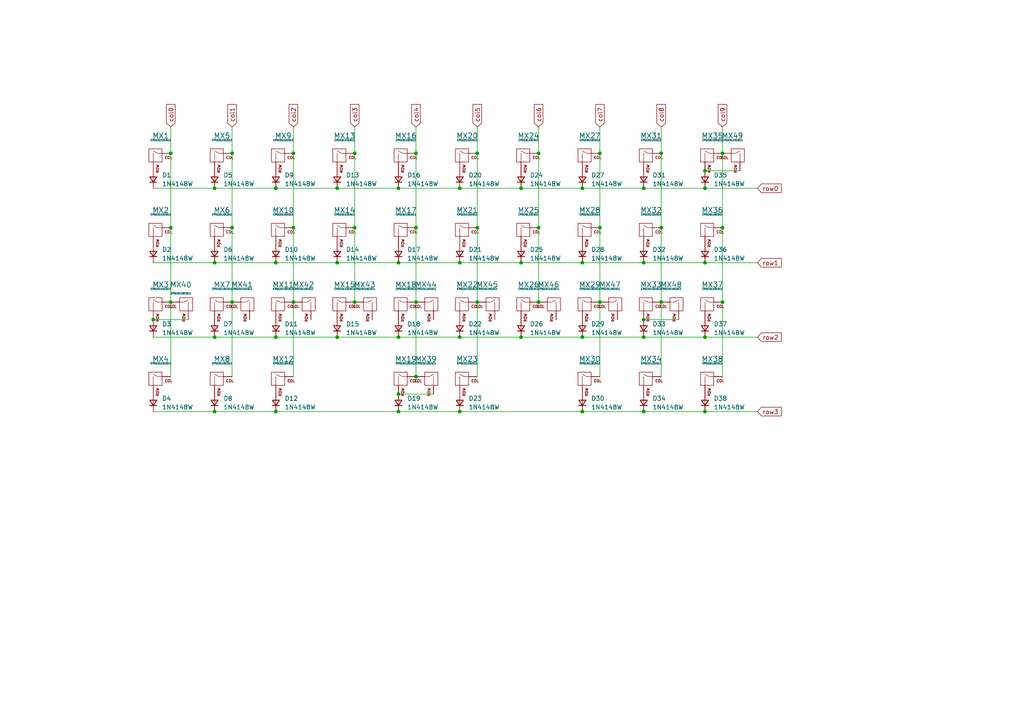
<source format=kicad_sch>
(kicad_sch (version 20230121) (generator eeschema)
  (paper "A4")
  (lib_symbols
    (symbol "Device:D_Small" (pin_numbers hide) (pin_names (offset 0.254) hide)
      (property "Reference" "D" (at -1.27 2.032 0))
      (property "Value" "D_Small" (at -3.81 -2.032 0))
      (symbol "D_Small_0_1"
        (polyline (pts (xy -0.762 -1.016) (xy -0.762 1.016)) (stroke (width 0.254)))
        (polyline (pts (xy -0.762 0) (xy 0.762 0)))
        (polyline (pts (xy 0.762 -1.016) (xy -0.762 0) (xy 0.762 1.016) (xy 0.762 -1.016)) (stroke (width 0.254)))
      )
      (symbol "D_Small_1_1"
        (pin passive line (at -2.54 0 0) (length 1.778) (name "K") (number "1"))
        (pin passive line (at 2.54 0 180) (length 1.778) (name "A") (number "2"))
      )
    )
    (symbol "cipulot_parts:MX-NoLED" (pin_names (offset 1.016))
      (property "Reference" "MX" (at -0.635 3.81 0))
      (property "Value" "MX-NoLED" (at -0.635 1.27 0))
      (symbol "MX-NoLED_0_0"
        (rectangle (start -2.54 2.54) (end 1.27 -1.27))
        (polyline (pts (xy -1.27 -1.27) (xy -1.27 1.27)) (stroke (width 0.127)))
        (polyline (pts (xy 1.27 1.27) (xy 0 1.27) (xy -1.27 1.905)) (stroke (width 0.127)))
        (text "COL" (at 3.175 0 0) (effects (font (size 0.762 0.762))))
        (text "ROW" (at 0 -1.905 900) (effects (font (size 0.762 0.762)) (justify right)))
      )
      (symbol "MX-NoLED_1_1"
        (pin passive line (at 3.81 1.27 180) (length 2.54) (name "COL") (number "1"))
        (pin passive line (at -1.27 -3.81 90) (length 2.54) (name "ROW") (number "2"))
      )
    )
  )
  (junction (at 120.65 44.45))
  (junction (at 168.91 54.61))
  (junction (at 102.87 66.04))
  (junction (at 186.69 54.61))
  (junction (at 186.69 76.2))
  (junction (at 156.21 66.04))
  (junction (at 138.43 44.45))
  (junction (at 173.99 44.45))
  (junction (at 168.91 76.2))
  (junction (at 85.09 87.63))
  (junction (at 62.23 119.38))
  (junction (at 151.13 54.61))
  (junction (at 151.13 97.79))
  (junction (at 115.57 97.79))
  (junction (at 204.47 119.38))
  (junction (at 97.79 76.2))
  (junction (at 120.65 87.63))
  (junction (at 49.53 44.45))
  (junction (at 133.35 97.79))
  (junction (at 186.69 119.38))
  (junction (at 133.35 54.61))
  (junction (at 204.47 76.2))
  (junction (at 80.01 119.38))
  (junction (at 120.65 109.22))
  (junction (at 138.43 87.63))
  (junction (at 156.21 44.45))
  (junction (at 80.01 76.2))
  (junction (at 209.55 66.04))
  (junction (at 85.09 44.45))
  (junction (at 186.69 97.79))
  (junction (at 138.43 66.04))
  (junction (at 173.99 66.04))
  (junction (at 115.57 119.38))
  (junction (at 209.55 87.63))
  (junction (at 67.31 44.45))
  (junction (at 49.53 66.04))
  (junction (at 204.47 97.79))
  (junction (at 191.77 66.04))
  (junction (at 80.01 54.61))
  (junction (at 204.47 49.53))
  (junction (at 156.21 87.63))
  (junction (at 49.53 87.63))
  (junction (at 102.87 87.63))
  (junction (at 191.77 44.45))
  (junction (at 133.35 119.38))
  (junction (at 44.45 92.71))
  (junction (at 168.91 97.79))
  (junction (at 191.77 87.63))
  (junction (at 62.23 76.2))
  (junction (at 120.65 66.04))
  (junction (at 62.23 97.79))
  (junction (at 67.31 87.63))
  (junction (at 67.31 66.04))
  (junction (at 85.09 66.04))
  (junction (at 97.79 97.79))
  (junction (at 80.01 97.79))
  (junction (at 102.87 44.45))
  (junction (at 173.99 87.63))
  (junction (at 204.47 54.61))
  (junction (at 209.55 44.45))
  (junction (at 115.57 76.2))
  (junction (at 133.35 76.2))
  (junction (at 97.79 54.61))
  (junction (at 168.91 119.38))
  (junction (at 115.57 114.3))
  (junction (at 115.57 54.61))
  (junction (at 151.13 76.2))
  (junction (at 62.23 54.61))
  (junction (at 186.69 92.71))
  (wire (pts (xy 120.65 44.45) (xy 120.65 66.04)))
  (wire (pts (xy 191.77 44.45) (xy 191.77 66.04)))
  (wire (pts (xy 204.47 49.53) (xy 214.63 49.53)))
  (wire (pts (xy 191.77 66.04) (xy 191.77 87.63)))
  (wire (pts (xy 156.21 66.04) (xy 156.21 87.63)))
  (wire (pts (xy 80.01 76.2) (xy 62.23 76.2)))
  (wire (pts (xy 133.35 97.79) (xy 151.13 97.79)))
  (wire (pts (xy 138.43 87.63) (xy 138.43 109.22)))
  (wire (pts (xy 168.91 76.2) (xy 151.13 76.2)))
  (wire (pts (xy 44.45 119.38) (xy 62.23 119.38)))
  (wire (pts (xy 204.47 54.61) (xy 219.71 54.61)))
  (wire (pts (xy 120.65 87.63) (xy 120.65 109.22)))
  (wire (pts (xy 49.53 66.04) (xy 49.53 87.63)))
  (wire (pts (xy 168.91 97.79) (xy 186.69 97.79)))
  (wire (pts (xy 133.35 119.38) (xy 168.91 119.38)))
  (wire (pts (xy 156.21 44.45) (xy 156.21 66.04)))
  (wire (pts (xy 209.55 36.83) (xy 209.55 44.45)))
  (wire (pts (xy 67.31 44.45) (xy 67.31 66.04)))
  (wire (pts (xy 120.65 66.04) (xy 120.65 87.63)))
  (wire (pts (xy 49.53 36.83) (xy 49.53 44.45)))
  (wire (pts (xy 209.55 87.63) (xy 209.55 109.22)))
  (wire (pts (xy 67.31 66.04) (xy 67.31 87.63)))
  (wire (pts (xy 156.21 36.83) (xy 156.21 44.45)))
  (wire (pts (xy 138.43 44.45) (xy 138.43 66.04)))
  (wire (pts (xy 115.57 119.38) (xy 133.35 119.38)))
  (wire (pts (xy 115.57 114.3) (xy 125.73 114.3)))
  (wire (pts (xy 186.69 92.71) (xy 196.85 92.71)))
  (wire (pts (xy 102.87 36.83) (xy 102.87 44.45)))
  (wire (pts (xy 186.69 54.61) (xy 204.47 54.61)))
  (wire (pts (xy 80.01 97.79) (xy 97.79 97.79)))
  (wire (pts (xy 97.79 76.2) (xy 80.01 76.2)))
  (wire (pts (xy 102.87 66.04) (xy 102.87 87.63)))
  (wire (pts (xy 102.87 44.45) (xy 102.87 66.04)))
  (wire (pts (xy 115.57 54.61) (xy 133.35 54.61)))
  (wire (pts (xy 67.31 36.83) (xy 67.31 44.45)))
  (wire (pts (xy 85.09 87.63) (xy 85.09 109.22)))
  (wire (pts (xy 62.23 54.61) (xy 80.01 54.61)))
  (wire (pts (xy 168.91 119.38) (xy 186.69 119.38)))
  (wire (pts (xy 173.99 44.45) (xy 173.99 66.04)))
  (wire (pts (xy 62.23 97.79) (xy 80.01 97.79)))
  (wire (pts (xy 85.09 44.45) (xy 85.09 66.04)))
  (wire (pts (xy 151.13 54.61) (xy 168.91 54.61)))
  (wire (pts (xy 186.69 97.79) (xy 204.47 97.79)))
  (wire (pts (xy 97.79 97.79) (xy 115.57 97.79)))
  (wire (pts (xy 133.35 54.61) (xy 151.13 54.61)))
  (wire (pts (xy 168.91 54.61) (xy 186.69 54.61)))
  (wire (pts (xy 120.65 36.83) (xy 120.65 44.45)))
  (wire (pts (xy 191.77 87.63) (xy 191.77 109.22)))
  (wire (pts (xy 138.43 66.04) (xy 138.43 87.63)))
  (wire (pts (xy 49.53 87.63) (xy 49.53 109.22)))
  (wire (pts (xy 173.99 87.63) (xy 173.99 109.22)))
  (wire (pts (xy 204.47 97.79) (xy 219.71 97.79)))
  (wire (pts (xy 133.35 76.2) (xy 115.57 76.2)))
  (wire (pts (xy 204.47 76.2) (xy 186.69 76.2)))
  (wire (pts (xy 44.45 97.79) (xy 62.23 97.79)))
  (wire (pts (xy 219.71 76.2) (xy 204.47 76.2)))
  (wire (pts (xy 209.55 66.04) (xy 209.55 87.63)))
  (wire (pts (xy 204.47 119.38) (xy 219.71 119.38)))
  (wire (pts (xy 115.57 76.2) (xy 97.79 76.2)))
  (wire (pts (xy 173.99 36.83) (xy 173.99 44.45)))
  (wire (pts (xy 173.99 66.04) (xy 173.99 87.63)))
  (wire (pts (xy 97.79 54.61) (xy 115.57 54.61)))
  (wire (pts (xy 85.09 66.04) (xy 85.09 87.63)))
  (wire (pts (xy 186.69 76.2) (xy 168.91 76.2)))
  (wire (pts (xy 44.45 54.61) (xy 62.23 54.61)))
  (wire (pts (xy 186.69 119.38) (xy 204.47 119.38)))
  (wire (pts (xy 115.57 97.79) (xy 133.35 97.79)))
  (wire (pts (xy 80.01 119.38) (xy 115.57 119.38)))
  (wire (pts (xy 44.45 92.71) (xy 54.61 92.71)))
  (wire (pts (xy 67.31 87.63) (xy 67.31 109.22)))
  (wire (pts (xy 62.23 119.38) (xy 80.01 119.38)))
  (wire (pts (xy 138.43 36.83) (xy 138.43 44.45)))
  (wire (pts (xy 85.09 36.83) (xy 85.09 44.45)))
  (wire (pts (xy 62.23 76.2) (xy 44.45 76.2)))
  (wire (pts (xy 49.53 44.45) (xy 49.53 66.04)))
  (wire (pts (xy 151.13 76.2) (xy 133.35 76.2)))
  (wire (pts (xy 80.01 54.61) (xy 97.79 54.61)))
  (wire (pts (xy 209.55 44.45) (xy 209.55 66.04)))
  (wire (pts (xy 191.77 36.83) (xy 191.77 44.45)))
  (wire (pts (xy 151.13 97.79) (xy 168.91 97.79)))
  (global_label "col0" (shape input) (at 49.53 36.83 90) (property "Intersheetrefs" "${INTERSHEET_REFS}" (effects hide)))
  (global_label "col9" (shape input) (at 209.55 36.83 90) (property "Intersheetrefs" "${INTERSHEET_REFS}" (effects hide)))
  (global_label "row0" (shape input) (at 219.71 54.61 0) (property "Intersheetrefs" "${INTERSHEET_REFS}" (effects hide)))
  (global_label "col3" (shape input) (at 102.87 36.83 90) (property "Intersheetrefs" "${INTERSHEET_REFS}" (effects hide)))
  (global_label "col6" (shape input) (at 156.21 36.83 90) (property "Intersheetrefs" "${INTERSHEET_REFS}" (effects hide)))
  (global_label "col7" (shape input) (at 173.99 36.83 90) (property "Intersheetrefs" "${INTERSHEET_REFS}" (effects hide)))
  (global_label "col4" (shape input) (at 120.65 36.83 90) (property "Intersheetrefs" "${INTERSHEET_REFS}" (effects hide)))
  (global_label "row3" (shape input) (at 219.71 119.38 0) (property "Intersheetrefs" "${INTERSHEET_REFS}" (effects hide)))
  (global_label "row2" (shape input) (at 219.71 97.79 0) (property "Intersheetrefs" "${INTERSHEET_REFS}" (effects hide)))
  (global_label "row1" (shape input) (at 219.71 76.2 0) (property "Intersheetrefs" "${INTERSHEET_REFS}" (effects hide)))
  (global_label "col5" (shape input) (at 138.43 36.83 90) (property "Intersheetrefs" "${INTERSHEET_REFS}" (effects hide)))
  (global_label "col1" (shape input) (at 67.31 36.83 90) (property "Intersheetrefs" "${INTERSHEET_REFS}" (effects hide)))
  (global_label "col2" (shape input) (at 85.09 36.83 90) (property "Intersheetrefs" "${INTERSHEET_REFS}" (effects hide)))
  (global_label "col8" (shape input) (at 191.77 36.83 90) (property "Intersheetrefs" "${INTERSHEET_REFS}" (effects hide)))
  (symbol (lib_id "cipulot_parts:MX-NoLED") (at 116.84 110.49 0) (unit 1)
    (property "Reference" "MX19" (at 117.7256 104.14 0) (effects (font (size 1.524 1.524))))
    (property "Value" "CPG151101S11" (at 117.7256 105.41 0) (effects (font (size 0.508 0.508))))
    (property "Footprint" "MX_Only:MXOnly-2U-Hotswap-ReversedStabilizers" (effects hide))
    (property "LCSC" "C2803348" (effects hide))
  )
  (symbol (lib_id "Device:D_Small") (at 204.47 52.07 90) (unit 1)
    (property "Reference" "D35" (at 207.01 50.8 90) (effects (justify right)))
    (property "Value" "1N4148W" (at 207.01 53.34 90) (effects (justify right)))
    (property "Footprint" "Diode_SMD:D_SOD-123" (effects hide))
  )
  (symbol (lib_id "cipulot_parts:MX-NoLED") (at 124.46 110.49 0) (mirror y) (unit 1)
    (property "Reference" "MX39" (at 123.5744 104.14 0) (effects (font (size 1.524 1.524))))
    (property "Value" "CPG151101S11" (at 123.5744 105.41 0) (effects (font (size 0.508 0.508))))
    (property "Footprint" "MX_Only:MXOnly-2U-Hotswap-ReversedStabilizers" (effects hide))
    (property "LCSC" "C2803348" (effects hide))
    (property "Note" "Footprint modified to accommodate 4u reversed stabilizer" (effects hide))
  )
  (symbol (lib_id "cipulot_parts:MX-NoLED") (at 205.74 88.9 0) (unit 1)
    (property "Reference" "MX37" (at 206.6256 82.55 0) (effects (font (size 1.524 1.524))))
    (property "Value" "CPG151101S11" (at 206.6256 83.82 0) (effects (font (size 0.508 0.508))))
    (property "Footprint" "MX_Only:MXOnly-1U-Hotswap" (effects hide))
    (property "LCSC" "C2803348" (effects hide))
  )
  (symbol (lib_id "Device:D_Small") (at 186.69 73.66 90) (unit 1)
    (property "Reference" "D32" (at 189.23 72.39 90) (effects (justify right)))
    (property "Value" "1N4148W" (at 189.23 74.93 90) (effects (justify right)))
    (property "Footprint" "Diode_SMD:D_SOD-123" (effects hide))
  )
  (symbol (lib_id "Device:D_Small") (at 133.35 52.07 90) (unit 1)
    (property "Reference" "D20" (at 135.89 50.8 90) (effects (justify right)))
    (property "Value" "1N4148W" (at 135.89 53.34 90) (effects (justify right)))
    (property "Footprint" "Diode_SMD:D_SOD-123" (effects hide))
  )
  (symbol (lib_id "Device:D_Small") (at 186.69 116.84 90) (unit 1)
    (property "Reference" "D34" (at 189.23 115.57 90) (effects (justify right)))
    (property "Value" "1N4148W" (at 189.23 118.11 90) (effects (justify right)))
    (property "Footprint" "Diode_SMD:D_SOD-123" (effects hide))
  )
  (symbol (lib_id "Device:D_Small") (at 44.45 95.25 90) (unit 1)
    (property "Reference" "D3" (at 46.99 93.98 90) (effects (justify right)))
    (property "Value" "1N4148W" (at 46.99 96.52 90) (effects (justify right)))
    (property "Footprint" "Diode_SMD:D_SOD-123" (effects hide))
  )
  (symbol (lib_id "cipulot_parts:MX-NoLED") (at 205.74 45.72 0) (unit 1)
    (property "Reference" "MX35" (at 206.6256 39.37 0) (effects (font (size 1.524 1.524))))
    (property "Value" "CPG151101S11" (at 206.6256 40.64 0) (effects (font (size 0.508 0.508))))
    (property "Footprint" "MX_Only:MXOnly-1.5U-Hotswap" (effects hide))
    (property "LCSC" "C2803348" (effects hide))
  )
  (symbol (lib_id "cipulot_parts:MX-NoLED") (at 170.18 110.49 0) (unit 1)
    (property "Reference" "MX30" (at 171.0656 104.14 0) (effects (font (size 1.524 1.524))))
    (property "Value" "CPG151101S11" (at 171.0656 105.41 0) (effects (font (size 0.508 0.508))))
    (property "Footprint" "MX_Only:MXOnly-1U-Hotswap" (effects hide))
    (property "LCSC" "C2803348" (effects hide))
  )
  (symbol (lib_id "Device:D_Small") (at 115.57 73.66 90) (unit 1)
    (property "Reference" "D17" (at 118.11 72.39 90) (effects (justify right)))
    (property "Value" "1N4148W" (at 118.11 74.93 90) (effects (justify right)))
    (property "Footprint" "Diode_SMD:D_SOD-123" (effects hide))
  )
  (symbol (lib_id "cipulot_parts:MX-NoLED") (at 187.96 88.9 0) (unit 1)
    (property "Reference" "MX33" (at 188.8456 82.55 0) (effects (font (size 1.524 1.524))))
    (property "Value" "CPG151101S11" (at 188.8456 83.82 0) (effects (font (size 0.508 0.508))))
    (property "Footprint" "MX_Only:MXOnly-1U-Hotswap" (effects hide))
    (property "LCSC" "C2803348" (effects hide))
  )
  (symbol (lib_id "Device:D_Small") (at 133.35 73.66 90) (unit 1)
    (property "Reference" "D21" (at 135.89 72.39 90) (effects (justify right)))
    (property "Value" "1N4148W" (at 135.89 74.93 90) (effects (justify right)))
    (property "Footprint" "Diode_SMD:D_SOD-123" (effects hide))
  )
  (symbol (lib_id "cipulot_parts:MX-NoLED") (at 81.28 88.9 0) (unit 1)
    (property "Reference" "MX11" (at 82.1656 82.55 0) (effects (font (size 1.524 1.524))))
    (property "Value" "CPG151101S11" (at 82.1656 83.82 0) (effects (font (size 0.508 0.508))))
    (property "Footprint" "MX_Only:MXOnly-1U-Hotswap" (effects hide))
    (property "LCSC" "C2803348" (effects hide))
  )
  (symbol (lib_id "Device:D_Small") (at 115.57 95.25 90) (unit 1)
    (property "Reference" "D18" (at 118.11 93.98 90) (effects (justify right)))
    (property "Value" "1N4148W" (at 118.11 96.52 90) (effects (justify right)))
    (property "Footprint" "Diode_SMD:D_SOD-123" (effects hide))
  )
  (symbol (lib_id "Device:D_Small") (at 168.91 116.84 90) (unit 1)
    (property "Reference" "D30" (at 171.45 115.57 90) (effects (justify right)))
    (property "Value" "1N4148W" (at 171.45 118.11 90) (effects (justify right)))
    (property "Footprint" "Diode_SMD:D_SOD-123" (effects hide))
  )
  (symbol (lib_id "cipulot_parts:MX-NoLED") (at 63.5 45.72 0) (unit 1)
    (property "Reference" "MX5" (at 64.3856 39.37 0) (effects (font (size 1.524 1.524))))
    (property "Value" "CPG151101S11" (at 64.3856 40.64 0) (effects (font (size 0.508 0.508))))
    (property "Footprint" "MX_Only:MXOnly-1U-Hotswap" (effects hide))
    (property "LCSC" "C2803348" (effects hide))
  )
  (symbol (lib_id "cipulot_parts:MX-NoLED") (at 152.4 88.9 0) (unit 1)
    (property "Reference" "MX26" (at 153.2856 82.55 0) (effects (font (size 1.524 1.524))))
    (property "Value" "CPG151101S11" (at 153.2856 83.82 0) (effects (font (size 0.508 0.508))))
    (property "Footprint" "MX_Only:MXOnly-1U-Hotswap" (effects hide))
    (property "LCSC" "C2803348" (effects hide))
  )
  (symbol (lib_id "cipulot_parts:MX-NoLED") (at 205.74 67.31 0) (unit 1)
    (property "Reference" "MX36" (at 206.6256 60.96 0) (effects (font (size 1.524 1.524))))
    (property "Value" "CPG151101S11" (at 206.6256 62.23 0) (effects (font (size 0.508 0.508))))
    (property "Footprint" "MX_Only:MXOnly-1.25U-Hotswap" (effects hide))
    (property "LCSC" "C2803348" (effects hide))
  )
  (symbol (lib_id "cipulot_parts:MX-NoLED") (at 177.8 88.9 0) (mirror y) (unit 1)
    (property "Reference" "MX47" (at 176.9144 82.55 0) (effects (font (size 1.524 1.524))))
    (property "Value" "CPG151101S11" (at 176.9144 83.82 0) (effects (font (size 0.508 0.508))))
    (property "Footprint" "MX_Only:MXOnly-1U-Hotswap" (effects hide))
    (property "LCSC" "C2803348" (effects hide))
  )
  (symbol (lib_id "cipulot_parts:MX-NoLED") (at 170.18 45.72 0) (unit 1)
    (property "Reference" "MX27" (at 171.0656 39.37 0) (effects (font (size 1.524 1.524))))
    (property "Value" "CPG151101S11" (at 171.0656 40.64 0) (effects (font (size 0.508 0.508))))
    (property "Footprint" "MX_Only:MXOnly-1U-Hotswap" (effects hide))
    (property "LCSC" "C2803348" (effects hide))
  )
  (symbol (lib_id "Device:D_Small") (at 186.69 95.25 90) (unit 1)
    (property "Reference" "D33" (at 189.23 93.98 90) (effects (justify right)))
    (property "Value" "1N4148W" (at 189.23 96.52 90) (effects (justify right)))
    (property "Footprint" "Diode_SMD:D_SOD-123" (effects hide))
  )
  (symbol (lib_id "Device:D_Small") (at 115.57 52.07 90) (unit 1)
    (property "Reference" "D16" (at 118.11 50.8 90) (effects (justify right)))
    (property "Value" "1N4148W" (at 118.11 53.34 90) (effects (justify right)))
    (property "Footprint" "Diode_SMD:D_SOD-123" (effects hide))
  )
  (symbol (lib_id "cipulot_parts:MX-NoLED") (at 45.72 45.72 0) (unit 1)
    (property "Reference" "MX1" (at 46.6056 39.37 0) (effects (font (size 1.524 1.524))))
    (property "Value" "CPG151101S11" (at 46.6056 40.64 0) (effects (font (size 0.508 0.508))))
    (property "Footprint" "MX_Only:MXOnly-1U-Hotswap" (effects hide))
    (property "Datasheet" "https://datasheet.lcsc.com/lcsc/2202281830_Kailh-CPG151101S11_C2803348.pdf" (effects hide))
    (property "LCSC" "C2803348" (effects hide))
  )
  (symbol (lib_id "cipulot_parts:MX-NoLED") (at 53.34 88.9 0) (mirror y) (unit 1)
    (property "Reference" "MX40" (at 52.4448 82.55 0) (effects (font (size 1.524 1.524))))
    (property "Value" "CPG151101S11" (at 52.4448 85.09 0) (effects (font (size 0.508 0.508))))
    (property "Footprint" "MX_Only:MXOnly-1.75U-Hotswap" (effects hide))
    (property "LCSC" "C2803348" (effects hide))
  )
  (symbol (lib_id "cipulot_parts:MX-NoLED") (at 195.58 88.9 0) (mirror y) (unit 1)
    (property "Reference" "MX48" (at 194.6944 82.55 0) (effects (font (size 1.524 1.524))))
    (property "Value" "CPG151101S11" (at 194.6944 83.82 0) (effects (font (size 0.508 0.508))))
    (property "Footprint" "MX_Only:MXOnly-1.75U-Hotswap" (effects hide))
    (property "LCSC" "C2803348" (effects hide))
  )
  (symbol (lib_id "cipulot_parts:MX-NoLED") (at 71.12 88.9 0) (mirror y) (unit 1)
    (property "Reference" "MX41" (at 70.2344 82.55 0) (effects (font (size 1.524 1.524))))
    (property "Value" "CPG151101S11" (at 70.2344 83.82 0) (effects (font (size 0.508 0.508))))
    (property "Footprint" "MX_Only:MXOnly-1U-Hotswap" (effects hide))
    (property "LCSC" "C2803348" (effects hide))
  )
  (symbol (lib_id "cipulot_parts:MX-NoLED") (at 116.84 88.9 0) (unit 1)
    (property "Reference" "MX18" (at 117.7256 82.55 0) (effects (font (size 1.524 1.524))))
    (property "Value" "CPG151101S11" (at 117.7256 83.82 0) (effects (font (size 0.508 0.508))))
    (property "Footprint" "MX_Only:MXOnly-1U-Hotswap" (effects hide))
    (property "LCSC" "C2803348" (effects hide))
  )
  (symbol (lib_id "Device:D_Small") (at 133.35 116.84 90) (unit 1)
    (property "Reference" "D23" (at 135.89 115.57 90) (effects (justify right)))
    (property "Value" "1N4148W" (at 135.89 118.11 90) (effects (justify right)))
    (property "Footprint" "Diode_SMD:D_SOD-123" (effects hide))
  )
  (symbol (lib_id "Device:D_Small") (at 168.91 73.66 90) (unit 1)
    (property "Reference" "D28" (at 171.45 72.39 90) (effects (justify right)))
    (property "Value" "1N4148W" (at 171.45 74.93 90) (effects (justify right)))
    (property "Footprint" "Diode_SMD:D_SOD-123" (effects hide))
  )
  (symbol (lib_id "cipulot_parts:MX-NoLED") (at 187.96 110.49 0) (unit 1)
    (property "Reference" "MX34" (at 188.8456 104.14 0) (effects (font (size 1.524 1.524))))
    (property "Value" "CPG151101S11" (at 188.8456 105.41 0) (effects (font (size 0.508 0.508))))
    (property "Footprint" "MX_Only:MXOnly-1U-Hotswap" (effects hide))
    (property "LCSC" "C2803348" (effects hide))
  )
  (symbol (lib_id "cipulot_parts:MX-NoLED") (at 152.4 45.72 0) (unit 1)
    (property "Reference" "MX24" (at 153.2856 39.37 0) (effects (font (size 1.524 1.524))))
    (property "Value" "CPG151101S11" (at 153.2856 40.64 0) (effects (font (size 0.508 0.508))))
    (property "Footprint" "MX_Only:MXOnly-1U-Hotswap" (effects hide))
    (property "LCSC" "C2803348" (effects hide))
  )
  (symbol (lib_id "cipulot_parts:MX-NoLED") (at 45.72 88.9 0) (unit 1)
    (property "Reference" "MX3" (at 46.6056 82.55 0) (effects (font (size 1.524 1.524))))
    (property "Value" "CPG151101S11" (at 46.6056 83.82 0) (effects (font (size 0.508 0.508))))
    (property "Footprint" "MX_Only:MXOnly-1.5U-Hotswap" (effects hide))
    (property "LCSC" "C2803348" (effects hide))
  )
  (symbol (lib_id "Device:D_Small") (at 151.13 52.07 90) (unit 1)
    (property "Reference" "D24" (at 153.67 50.8 90) (effects (justify right)))
    (property "Value" "1N4148W" (at 153.67 53.34 90) (effects (justify right)))
    (property "Footprint" "Diode_SMD:D_SOD-123" (effects hide))
  )
  (symbol (lib_id "cipulot_parts:MX-NoLED") (at 45.72 110.49 0) (unit 1)
    (property "Reference" "MX4" (at 46.6056 104.14 0) (effects (font (size 1.524 1.524))))
    (property "Value" "CPG151101S11" (at 46.6056 105.41 0) (effects (font (size 0.508 0.508))))
    (property "Footprint" "MX_Only:MXOnly-1U-Hotswap" (effects hide))
    (property "LCSC" "C2803348" (effects hide))
  )
  (symbol (lib_id "cipulot_parts:MX-NoLED") (at 170.18 88.9 0) (unit 1)
    (property "Reference" "MX29" (at 171.0656 82.55 0) (effects (font (size 1.524 1.524))))
    (property "Value" "CPG151101S11" (at 171.0656 83.82 0) (effects (font (size 0.508 0.508))))
    (property "Footprint" "MX_Only:MXOnly-1U-Hotswap" (effects hide))
    (property "LCSC" "C2803348" (effects hide))
  )
  (symbol (lib_id "Device:D_Small") (at 204.47 116.84 90) (unit 1)
    (property "Reference" "D38" (at 207.01 115.57 90) (effects (justify right)))
    (property "Value" "1N4148W" (at 207.01 118.11 90) (effects (justify right)))
    (property "Footprint" "Diode_SMD:D_SOD-123" (effects hide))
  )
  (symbol (lib_id "cipulot_parts:MX-NoLED") (at 213.36 45.72 0) (mirror y) (unit 1)
    (property "Reference" "MX49" (at 212.4744 39.37 0) (effects (font (size 1.524 1.524))))
    (property "Value" "CPG151101S11" (at 212.4744 40.64 0) (effects (font (size 0.508 0.508))))
    (property "Footprint" "MX_Only:MXOnly-ISO-Hotswap-ReversedStabilizers" (effects hide))
    (property "LCSC" "C2803348" (effects hide))
  )
  (symbol (lib_id "Device:D_Small") (at 97.79 52.07 90) (unit 1)
    (property "Reference" "D13" (at 100.33 50.8 90) (effects (justify right)))
    (property "Value" "1N4148W" (at 100.33 53.34 90) (effects (justify right)))
    (property "Footprint" "Diode_SMD:D_SOD-123" (effects hide))
  )
  (symbol (lib_id "cipulot_parts:MX-NoLED") (at 187.96 67.31 0) (unit 1)
    (property "Reference" "MX32" (at 188.8456 60.96 0) (effects (font (size 1.524 1.524))))
    (property "Value" "CPG151101S11" (at 188.8456 62.23 0) (effects (font (size 0.508 0.508))))
    (property "Footprint" "MX_Only:MXOnly-1U-Hotswap" (effects hide))
    (property "LCSC" "C2803348" (effects hide))
  )
  (symbol (lib_id "cipulot_parts:MX-NoLED") (at 160.02 88.9 0) (mirror y) (unit 1)
    (property "Reference" "MX46" (at 159.1344 82.55 0) (effects (font (size 1.524 1.524))))
    (property "Value" "CPG151101S11" (at 159.1344 83.82 0) (effects (font (size 0.508 0.508))))
    (property "Footprint" "MX_Only:MXOnly-1U-Hotswap" (effects hide))
    (property "LCSC" "C2803348" (effects hide))
  )
  (symbol (lib_id "Device:D_Small") (at 62.23 52.07 90) (unit 1)
    (property "Reference" "D5" (at 64.77 50.8 90) (effects (justify right)))
    (property "Value" "1N4148W" (at 64.77 53.34 90) (effects (justify right)))
    (property "Footprint" "Diode_SMD:D_SOD-123" (effects hide))
  )
  (symbol (lib_id "cipulot_parts:MX-NoLED") (at 99.06 67.31 0) (unit 1)
    (property "Reference" "MX14" (at 99.9456 60.96 0) (effects (font (size 1.524 1.524))))
    (property "Value" "CPG151101S11" (at 99.9456 62.23 0) (effects (font (size 0.508 0.508))))
    (property "Footprint" "MX_Only:MXOnly-1U-Hotswap" (effects hide))
    (property "LCSC" "C2803348" (effects hide))
  )
  (symbol (lib_id "Device:D_Small") (at 44.45 52.07 90) (unit 1)
    (property "Reference" "D1" (at 46.99 50.8 90) (effects (justify right)))
    (property "Value" "1N4148W" (at 46.99 53.34 90) (effects (justify right)))
    (property "Footprint" "Diode_SMD:D_SOD-123" (effects hide))
  )
  (symbol (lib_id "Device:D_Small") (at 133.35 95.25 90) (unit 1)
    (property "Reference" "D22" (at 135.89 93.98 90) (effects (justify right)))
    (property "Value" "1N4148W" (at 135.89 96.52 90) (effects (justify right)))
    (property "Footprint" "Diode_SMD:D_SOD-123" (effects hide))
  )
  (symbol (lib_id "cipulot_parts:MX-NoLED") (at 88.9 88.9 0) (mirror y) (unit 1)
    (property "Reference" "MX42" (at 88.0144 82.55 0) (effects (font (size 1.524 1.524))))
    (property "Value" "CPG151101S11" (at 88.0144 83.82 0) (effects (font (size 0.508 0.508))))
    (property "Footprint" "MX_Only:MXOnly-1U-Hotswap" (effects hide))
    (property "LCSC" "C2803348" (effects hide))
  )
  (symbol (lib_id "cipulot_parts:MX-NoLED") (at 106.68 88.9 0) (mirror y) (unit 1)
    (property "Reference" "MX43" (at 105.7944 82.55 0) (effects (font (size 1.524 1.524))))
    (property "Value" "CPG151101S11" (at 105.7944 83.82 0) (effects (font (size 0.508 0.508))))
    (property "Footprint" "MX_Only:MXOnly-1U-Hotswap" (effects hide))
    (property "LCSC" "C2803348" (effects hide))
  )
  (symbol (lib_id "Device:D_Small") (at 44.45 116.84 90) (unit 1)
    (property "Reference" "D4" (at 46.99 115.57 90) (effects (justify right)))
    (property "Value" "1N4148W" (at 46.99 118.11 90) (effects (justify right)))
    (property "Footprint" "Diode_SMD:D_SOD-123" (effects hide))
  )
  (symbol (lib_id "Device:D_Small") (at 186.69 52.07 90) (unit 1)
    (property "Reference" "D31" (at 189.23 50.8 90) (effects (justify right)))
    (property "Value" "1N4148W" (at 189.23 53.34 90) (effects (justify right)))
    (property "Footprint" "Diode_SMD:D_SOD-123" (effects hide))
  )
  (symbol (lib_id "Device:D_Small") (at 80.01 116.84 90) (unit 1)
    (property "Reference" "D12" (at 82.55 115.57 90) (effects (justify right)))
    (property "Value" "1N4148W" (at 82.55 118.11 90) (effects (justify right)))
    (property "Footprint" "Diode_SMD:D_SOD-123" (effects hide))
  )
  (symbol (lib_id "Device:D_Small") (at 62.23 73.66 90) (unit 1)
    (property "Reference" "D6" (at 64.77 72.39 90) (effects (justify right)))
    (property "Value" "1N4148W" (at 64.77 74.93 90) (effects (justify right)))
    (property "Footprint" "Diode_SMD:D_SOD-123" (effects hide))
  )
  (symbol (lib_id "cipulot_parts:MX-NoLED") (at 99.06 45.72 0) (unit 1)
    (property "Reference" "MX13" (at 99.9456 39.37 0) (effects (font (size 1.524 1.524))))
    (property "Value" "CPG151101S11" (at 99.9456 40.64 0) (effects (font (size 0.508 0.508))))
    (property "Footprint" "MX_Only:MXOnly-1U-Hotswap" (effects hide))
    (property "LCSC" "C2803348" (effects hide))
  )
  (symbol (lib_id "cipulot_parts:MX-NoLED") (at 134.62 45.72 0) (unit 1)
    (property "Reference" "MX20" (at 135.5056 39.37 0) (effects (font (size 1.524 1.524))))
    (property "Value" "CPG151101S11" (at 135.5056 40.64 0) (effects (font (size 0.508 0.508))))
    (property "Footprint" "MX_Only:MXOnly-1U-Hotswap" (effects hide))
    (property "LCSC" "C2803348" (effects hide))
  )
  (symbol (lib_id "cipulot_parts:MX-NoLED") (at 134.62 110.49 0) (unit 1)
    (property "Reference" "MX23" (at 135.5056 104.14 0) (effects (font (size 1.524 1.524))))
    (property "Value" "CPG151101S11" (at 135.5056 105.41 0) (effects (font (size 0.508 0.508))))
    (property "Footprint" "MX_Only:MXOnly-2U-Hotswap-ReversedStabilizers" (effects hide))
    (property "LCSC" "C2803348" (effects hide))
  )
  (symbol (lib_id "cipulot_parts:MX-NoLED") (at 63.5 67.31 0) (unit 1)
    (property "Reference" "MX6" (at 64.3856 60.96 0) (effects (font (size 1.524 1.524))))
    (property "Value" "CPG151101S11" (at 64.3856 62.23 0) (effects (font (size 0.508 0.508))))
    (property "Footprint" "MX_Only:MXOnly-1U-Hotswap" (effects hide))
    (property "LCSC" "C2803348" (effects hide))
  )
  (symbol (lib_id "cipulot_parts:MX-NoLED") (at 187.96 45.72 0) (unit 1)
    (property "Reference" "MX31" (at 188.8456 39.37 0) (effects (font (size 1.524 1.524))))
    (property "Value" "CPG151101S11" (at 188.8456 40.64 0) (effects (font (size 0.508 0.508))))
    (property "Footprint" "MX_Only:MXOnly-1U-Hotswap" (effects hide))
    (property "LCSC" "C2803348" (effects hide))
  )
  (symbol (lib_id "cipulot_parts:MX-NoLED") (at 205.74 110.49 0) (unit 1)
    (property "Reference" "MX38" (at 206.6256 104.14 0) (effects (font (size 1.524 1.524))))
    (property "Value" "CPG151101S11" (at 206.6256 105.41 0) (effects (font (size 0.508 0.508))))
    (property "Footprint" "MX_Only:MXOnly-1U-Hotswap" (effects hide))
    (property "LCSC" "C2803348" (effects hide))
  )
  (symbol (lib_id "cipulot_parts:MX-NoLED") (at 134.62 88.9 0) (unit 1)
    (property "Reference" "MX22" (at 135.5056 82.55 0) (effects (font (size 1.524 1.524))))
    (property "Value" "CPG151101S11" (at 135.5056 83.82 0) (effects (font (size 0.508 0.508))))
    (property "Footprint" "MX_Only:MXOnly-1U-Hotswap" (effects hide))
    (property "LCSC" "C2803348" (effects hide))
  )
  (symbol (lib_id "cipulot_parts:MX-NoLED") (at 81.28 45.72 0) (unit 1)
    (property "Reference" "MX9" (at 82.1656 39.37 0) (effects (font (size 1.524 1.524))))
    (property "Value" "CPG151101S11" (at 82.1656 40.64 0) (effects (font (size 0.508 0.508))))
    (property "Footprint" "MX_Only:MXOnly-1U-Hotswap" (effects hide))
    (property "LCSC" "C2803348" (effects hide))
  )
  (symbol (lib_id "Device:D_Small") (at 204.47 95.25 90) (unit 1)
    (property "Reference" "D37" (at 207.01 93.98 90) (effects (justify right)))
    (property "Value" "1N4148W" (at 207.01 96.52 90) (effects (justify right)))
    (property "Footprint" "Diode_SMD:D_SOD-123" (effects hide))
  )
  (symbol (lib_id "Device:D_Small") (at 115.57 116.84 90) (unit 1)
    (property "Reference" "D19" (at 118.11 115.57 90) (effects (justify right)))
    (property "Value" "1N4148W" (at 118.11 118.11 90) (effects (justify right)))
    (property "Footprint" "Diode_SMD:D_SOD-123" (effects hide))
  )
  (symbol (lib_id "cipulot_parts:MX-NoLED") (at 63.5 110.49 0) (unit 1)
    (property "Reference" "MX8" (at 64.3856 104.14 0) (effects (font (size 1.524 1.524))))
    (property "Value" "CPG151101S11" (at 64.3856 105.41 0) (effects (font (size 0.508 0.508))))
    (property "Footprint" "MX_Only:MXOnly-1U-Hotswap" (effects hide))
    (property "LCSC" "C2803348" (effects hide))
  )
  (symbol (lib_id "Device:D_Small") (at 151.13 73.66 90) (unit 1)
    (property "Reference" "D25" (at 153.67 72.39 90) (effects (justify right)))
    (property "Value" "1N4148W" (at 153.67 74.93 90) (effects (justify right)))
    (property "Footprint" "Diode_SMD:D_SOD-123" (effects hide))
  )
  (symbol (lib_id "cipulot_parts:MX-NoLED") (at 116.84 45.72 0) (unit 1)
    (property "Reference" "MX16" (at 117.7256 39.37 0) (effects (font (size 1.524 1.524))))
    (property "Value" "CPG151101S11" (at 117.7256 40.64 0) (effects (font (size 0.508 0.508))))
    (property "Footprint" "MX_Only:MXOnly-1U-Hotswap" (effects hide))
    (property "LCSC" "C2803348" (effects hide))
  )
  (symbol (lib_id "cipulot_parts:MX-NoLED") (at 142.24 88.9 0) (mirror y) (unit 1)
    (property "Reference" "MX45" (at 141.3544 82.55 0) (effects (font (size 1.524 1.524))))
    (property "Value" "CPG151101S11" (at 141.3544 83.82 0) (effects (font (size 0.508 0.508))))
    (property "Footprint" "MX_Only:MXOnly-1U-Hotswap" (effects hide))
    (property "LCSC" "C2803348" (effects hide))
  )
  (symbol (lib_id "cipulot_parts:MX-NoLED") (at 81.28 110.49 0) (unit 1)
    (property "Reference" "MX12" (at 82.1656 104.14 0) (effects (font (size 1.524 1.524))))
    (property "Value" "CPG151101S11" (at 82.1656 105.41 0) (effects (font (size 0.508 0.508))))
    (property "Footprint" "MX_Only:MXOnly-1U-Hotswap" (effects hide))
    (property "LCSC" "C2803348" (effects hide))
  )
  (symbol (lib_id "Device:D_Small") (at 62.23 95.25 90) (unit 1)
    (property "Reference" "D7" (at 64.77 93.98 90) (effects (justify right)))
    (property "Value" "1N4148W" (at 64.77 96.52 90) (effects (justify right)))
    (property "Footprint" "Diode_SMD:D_SOD-123" (effects hide))
  )
  (symbol (lib_id "Device:D_Small") (at 80.01 95.25 90) (unit 1)
    (property "Reference" "D11" (at 82.55 93.98 90) (effects (justify right)))
    (property "Value" "1N4148W" (at 82.55 96.52 90) (effects (justify right)))
    (property "Footprint" "Diode_SMD:D_SOD-123" (effects hide))
  )
  (symbol (lib_id "Device:D_Small") (at 97.79 95.25 90) (unit 1)
    (property "Reference" "D15" (at 100.33 93.98 90) (effects (justify right)))
    (property "Value" "1N4148W" (at 100.33 96.52 90) (effects (justify right)))
    (property "Footprint" "Diode_SMD:D_SOD-123" (effects hide))
  )
  (symbol (lib_id "Device:D_Small") (at 97.79 73.66 90) (unit 1)
    (property "Reference" "D14" (at 100.33 72.39 90) (effects (justify right)))
    (property "Value" "1N4148W" (at 100.33 74.93 90) (effects (justify right)))
    (property "Footprint" "Diode_SMD:D_SOD-123" (effects hide))
  )
  (symbol (lib_id "Device:D_Small") (at 151.13 95.25 90) (unit 1)
    (property "Reference" "D26" (at 153.67 93.98 90) (effects (justify right)))
    (property "Value" "1N4148W" (at 153.67 96.52 90) (effects (justify right)))
    (property "Footprint" "Diode_SMD:D_SOD-123" (effects hide))
  )
  (symbol (lib_id "cipulot_parts:MX-NoLED") (at 99.06 88.9 0) (unit 1)
    (property "Reference" "MX15" (at 99.9456 82.55 0) (effects (font (size 1.524 1.524))))
    (property "Value" "CPG151101S11" (at 99.9456 83.82 0) (effects (font (size 0.508 0.508))))
    (property "Footprint" "MX_Only:MXOnly-1U-Hotswap" (effects hide))
    (property "LCSC" "C2803348" (effects hide))
  )
  (symbol (lib_id "cipulot_parts:MX-NoLED") (at 124.46 88.9 0) (mirror y) (unit 1)
    (property "Reference" "MX44" (at 123.5744 82.55 0) (effects (font (size 1.524 1.524))))
    (property "Value" "CPG151101S11" (at 123.5744 83.82 0) (effects (font (size 0.508 0.508))))
    (property "Footprint" "MX_Only:MXOnly-1U-Hotswap" (effects hide))
    (property "LCSC" "C2803348" (effects hide))
  )
  (symbol (lib_id "cipulot_parts:MX-NoLED") (at 152.4 67.31 0) (unit 1)
    (property "Reference" "MX25" (at 153.2856 60.96 0) (effects (font (size 1.524 1.524))))
    (property "Value" "CPG151101S11" (at 153.2856 62.23 0) (effects (font (size 0.508 0.508))))
    (property "Footprint" "MX_Only:MXOnly-1U-Hotswap" (effects hide))
    (property "LCSC" "C2803348" (effects hide))
  )
  (symbol (lib_id "cipulot_parts:MX-NoLED") (at 45.72 67.31 0) (unit 1)
    (property "Reference" "MX2" (at 46.6056 60.96 0) (effects (font (size 1.524 1.524))))
    (property "Value" "CPG151101S11" (at 46.6056 62.23 0) (effects (font (size 0.508 0.508))))
    (property "Footprint" "MX_Only:MXOnly-1.25U-Hotswap" (effects hide))
    (property "LCSC" "C2803348" (effects hide))
  )
  (symbol (lib_id "cipulot_parts:MX-NoLED") (at 116.84 67.31 0) (unit 1)
    (property "Reference" "MX17" (at 117.7256 60.96 0) (effects (font (size 1.524 1.524))))
    (property "Value" "CPG151101S11" (at 117.7256 62.23 0) (effects (font (size 0.508 0.508))))
    (property "Footprint" "MX_Only:MXOnly-1U-Hotswap" (effects hide))
    (property "LCSC" "C2803348" (effects hide))
  )
  (symbol (lib_id "Device:D_Small") (at 80.01 52.07 90) (unit 1)
    (property "Reference" "D9" (at 82.55 50.8 90) (effects (justify right)))
    (property "Value" "1N4148W" (at 82.55 53.34 90) (effects (justify right)))
    (property "Footprint" "Diode_SMD:D_SOD-123" (effects hide))
  )
  (symbol (lib_id "Device:D_Small") (at 62.23 116.84 90) (unit 1)
    (property "Reference" "D8" (at 64.77 115.57 90) (effects (justify right)))
    (property "Value" "1N4148W" (at 64.77 118.11 90) (effects (justify right)))
    (property "Footprint" "Diode_SMD:D_SOD-123" (effects hide))
  )
  (symbol (lib_id "cipulot_parts:MX-NoLED") (at 81.28 67.31 0) (unit 1)
    (property "Reference" "MX10" (at 82.1656 60.96 0) (effects (font (size 1.524 1.524))))
    (property "Value" "CPG151101S11" (at 82.1656 62.23 0) (effects (font (size 0.508 0.508))))
    (property "Footprint" "MX_Only:MXOnly-1U-Hotswap" (effects hide))
    (property "LCSC" "C2803348" (effects hide))
  )
  (symbol (lib_id "Device:D_Small") (at 80.01 73.66 90) (unit 1)
    (property "Reference" "D10" (at 82.55 72.39 90) (effects (justify right)))
    (property "Value" "1N4148W" (at 82.55 74.93 90) (effects (justify right)))
    (property "Footprint" "Diode_SMD:D_SOD-123" (effects hide))
  )
  (symbol (lib_id "Device:D_Small") (at 204.47 73.66 90) (unit 1)
    (property "Reference" "D36" (at 207.01 72.39 90) (effects (justify right)))
    (property "Value" "1N4148W" (at 207.01 74.93 90) (effects (justify right)))
    (property "Footprint" "Diode_SMD:D_SOD-123" (effects hide))
  )
  (symbol (lib_id "Device:D_Small") (at 168.91 95.25 90) (unit 1)
    (property "Reference" "D29" (at 171.45 93.98 90) (effects (justify right)))
    (property "Value" "1N4148W" (at 171.45 96.52 90) (effects (justify right)))
    (property "Footprint" "Diode_SMD:D_SOD-123" (effects hide))
  )
  (symbol (lib_id "cipulot_parts:MX-NoLED") (at 63.5 88.9 0) (unit 1)
    (property "Reference" "MX7" (at 64.3856 82.55 0) (effects (font (size 1.524 1.524))))
    (property "Value" "CPG151101S11" (at 64.3856 83.82 0) (effects (font (size 0.508 0.508))))
    (property "Footprint" "MX_Only:MXOnly-1U-Hotswap" (effects hide))
    (property "LCSC" "C2803348" (effects hide))
  )
  (symbol (lib_id "cipulot_parts:MX-NoLED") (at 170.18 67.31 0) (unit 1)
    (property "Reference" "MX28" (at 171.0656 60.96 0) (effects (font (size 1.524 1.524))))
    (property "Value" "CPG151101S11" (at 171.0656 62.23 0) (effects (font (size 0.508 0.508))))
    (property "Footprint" "MX_Only:MXOnly-1U-Hotswap" (effects hide))
    (property "LCSC" "C2803348" (effects hide))
  )
  (symbol (lib_id "Device:D_Small") (at 168.91 52.07 90) (unit 1)
    (property "Reference" "D27" (at 171.45 50.8 90) (effects (justify right)))
    (property "Value" "1N4148W" (at 171.45 53.34 90) (effects (justify right)))
    (property "Footprint" "Diode_SMD:D_SOD-123" (effects hide))
  )
  (symbol (lib_id "cipulot_parts:MX-NoLED") (at 134.62 67.31 0) (unit 1)
    (property "Reference" "MX21" (at 135.5056 60.96 0) (effects (font (size 1.524 1.524))))
    (property "Value" "CPG151101S11" (at 135.5056 62.23 0) (effects (font (size 0.508 0.508))))
    (property "Footprint" "MX_Only:MXOnly-1U-Hotswap" (effects hide))
    (property "LCSC" "C2803348" (effects hide))
  )
  (symbol (lib_id "Device:D_Small") (at 44.45 73.66 90) (unit 1)
    (property "Reference" "D2" (at 46.99 72.39 90) (effects (justify right)))
    (property "Value" "1N4148W" (at 46.99 74.93 90) (effects (justify right)))
    (property "Footprint" "Diode_SMD:D_SOD-123" (effects hide))
  )
)
</source>
